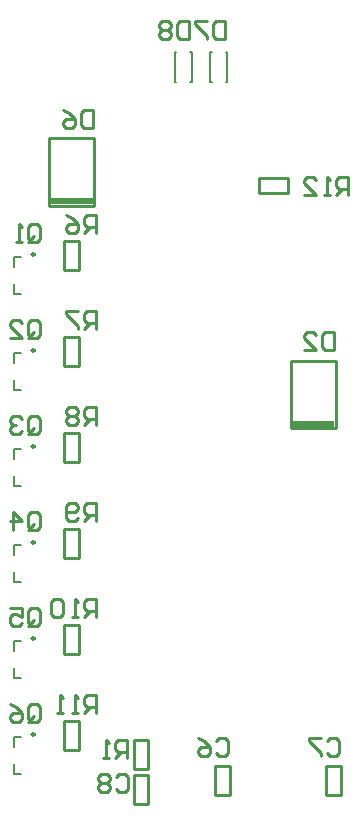
<source format=gbo>
G04 Layer_Color=32896*
%FSLAX43Y43*%
%MOMM*%
G71*
G01*
G75*
%ADD20C,0.254*%
%ADD34C,0.250*%
%ADD36C,0.200*%
%ADD38R,3.683X0.508*%
%ADD60C,0.127*%
D20*
X57045Y17611D02*
Y20061D01*
X55795D02*
X57045D01*
X55795Y17611D02*
Y20061D01*
Y17611D02*
X57045D01*
X55795Y14655D02*
Y17105D01*
Y14655D02*
X57045D01*
Y17105D01*
X55795D02*
X57045D01*
X63927Y15388D02*
Y17838D01*
X62677D02*
X63927D01*
X62677Y15388D02*
Y17838D01*
Y15388D02*
X63927D01*
X73331D02*
Y17838D01*
X72081D02*
X73331D01*
X72081Y15388D02*
Y17838D01*
Y15388D02*
X73331D01*
X68867Y66373D02*
Y67623D01*
X66417Y66373D02*
X68867D01*
X66417D02*
Y67623D01*
X68867D01*
X48641Y65278D02*
X52451D01*
X48641D02*
Y70993D01*
X52451D01*
Y65278D02*
Y70993D01*
X49936Y59837D02*
X51186D01*
X49936D02*
Y62287D01*
X51186D01*
Y59837D02*
Y62287D01*
X49936Y51750D02*
X51186D01*
X49936D02*
Y54200D01*
X51186D01*
Y51750D02*
Y54200D01*
X49936Y43583D02*
X51186D01*
X49936D02*
Y46033D01*
X51186D01*
Y43583D02*
Y46033D01*
X49936Y35451D02*
X51186D01*
X49936D02*
Y37901D01*
X51186D01*
Y35451D02*
Y37901D01*
X49936Y27325D02*
X51186D01*
X49936D02*
Y29775D01*
X51186D01*
Y27325D02*
Y29775D01*
X49936Y19199D02*
X51186D01*
X49936D02*
Y21649D01*
X51186D01*
Y19199D02*
Y21649D01*
X69095Y46464D02*
X72905D01*
X69095D02*
Y52179D01*
X72905D01*
Y46464D02*
Y52179D01*
X55278Y18500D02*
Y20024D01*
X54516D01*
X54262Y19770D01*
Y19262D01*
X54516Y19008D01*
X55278D01*
X54770D02*
X54262Y18500D01*
X53754D02*
X53246D01*
X53500D01*
Y20024D01*
X53754Y19770D01*
X54306Y16896D02*
X54560Y17150D01*
X55068D01*
X55322Y16896D01*
Y15880D01*
X55068Y15626D01*
X54560D01*
X54306Y15880D01*
X53798Y16896D02*
X53544Y17150D01*
X53037D01*
X52783Y16896D01*
Y16642D01*
X53037Y16388D01*
X52783Y16134D01*
Y15880D01*
X53037Y15626D01*
X53544D01*
X53798Y15880D01*
Y16134D01*
X53544Y16388D01*
X53798Y16642D01*
Y16896D01*
X53544Y16388D02*
X53037D01*
X72195Y19994D02*
X72449Y20248D01*
X72956D01*
X73210Y19994D01*
Y18979D01*
X72956Y18725D01*
X72449D01*
X72195Y18979D01*
X71687Y20248D02*
X70671D01*
Y19994D01*
X71687Y18979D01*
Y18725D01*
X62797Y20004D02*
X63050Y20257D01*
X63558D01*
X63812Y20004D01*
Y18988D01*
X63558Y18734D01*
X63050D01*
X62797Y18988D01*
X61273Y20257D02*
X61781Y20004D01*
X62289Y19496D01*
Y18988D01*
X62035Y18734D01*
X61527D01*
X61273Y18988D01*
Y19242D01*
X61527Y19496D01*
X62289D01*
X60520Y80962D02*
Y79439D01*
X59758D01*
X59504Y79693D01*
Y80708D01*
X59758Y80962D01*
X60520D01*
X58997Y80708D02*
X58743Y80962D01*
X58235D01*
X57981Y80708D01*
Y80454D01*
X58235Y80200D01*
X57981Y79947D01*
Y79693D01*
X58235Y79439D01*
X58743D01*
X58997Y79693D01*
Y79947D01*
X58743Y80200D01*
X58997Y80454D01*
Y80708D01*
X58743Y80200D02*
X58235D01*
X63522Y80968D02*
Y79445D01*
X62760D01*
X62506Y79699D01*
Y80714D01*
X62760Y80968D01*
X63522D01*
X61998D02*
X60983D01*
Y80714D01*
X61998Y79699D01*
Y79445D01*
X73992Y66236D02*
Y67759D01*
X73230D01*
X72976Y67505D01*
Y66998D01*
X73230Y66744D01*
X73992D01*
X73484D02*
X72976Y66236D01*
X72468D02*
X71960D01*
X72214D01*
Y67759D01*
X72468Y67505D01*
X70183Y66236D02*
X71199D01*
X70183Y67251D01*
Y67505D01*
X70437Y67759D01*
X70945D01*
X71199Y67505D01*
X72779Y54593D02*
Y53069D01*
X72017D01*
X71763Y53323D01*
Y54339D01*
X72017Y54593D01*
X72779D01*
X70240Y53069D02*
X71256D01*
X70240Y54085D01*
Y54339D01*
X70494Y54593D01*
X71002D01*
X71256Y54339D01*
X52324Y73406D02*
Y71882D01*
X51562D01*
X51308Y72136D01*
Y73152D01*
X51562Y73406D01*
X52324D01*
X49785D02*
X50293Y73152D01*
X50800Y72644D01*
Y72136D01*
X50547Y71882D01*
X50039D01*
X49785Y72136D01*
Y72390D01*
X50039Y72644D01*
X50800D01*
X46861Y62463D02*
Y63478D01*
X47115Y63732D01*
X47623D01*
X47877Y63478D01*
Y62463D01*
X47623Y62209D01*
X47115D01*
X47369Y62717D02*
X46861Y62209D01*
X47115D02*
X46861Y62463D01*
X46353Y62209D02*
X45845D01*
X46099D01*
Y63732D01*
X46353Y63478D01*
X46861Y54335D02*
Y55350D01*
X47115Y55604D01*
X47623D01*
X47877Y55350D01*
Y54335D01*
X47623Y54081D01*
X47115D01*
X47369Y54589D02*
X46861Y54081D01*
X47115D02*
X46861Y54335D01*
X45337Y54081D02*
X46353D01*
X45337Y55096D01*
Y55350D01*
X45591Y55604D01*
X46099D01*
X46353Y55350D01*
X46861Y46207D02*
Y47222D01*
X47115Y47476D01*
X47623D01*
X47877Y47222D01*
Y46207D01*
X47623Y45953D01*
X47115D01*
X47369Y46461D02*
X46861Y45953D01*
X47115D02*
X46861Y46207D01*
X46353Y47222D02*
X46099Y47476D01*
X45591D01*
X45337Y47222D01*
Y46968D01*
X45591Y46714D01*
X45845D01*
X45591D01*
X45337Y46461D01*
Y46207D01*
X45591Y45953D01*
X46099D01*
X46353Y46207D01*
X46861Y38079D02*
Y39094D01*
X47115Y39348D01*
X47623D01*
X47877Y39094D01*
Y38079D01*
X47623Y37825D01*
X47115D01*
X47369Y38333D02*
X46861Y37825D01*
X47115D02*
X46861Y38079D01*
X45591Y37825D02*
Y39348D01*
X46353Y38586D01*
X45337D01*
X46861Y29951D02*
Y30966D01*
X47115Y31220D01*
X47623D01*
X47877Y30966D01*
Y29951D01*
X47623Y29697D01*
X47115D01*
X47369Y30205D02*
X46861Y29697D01*
X47115D02*
X46861Y29951D01*
X45337Y31220D02*
X46353D01*
Y30458D01*
X45845Y30712D01*
X45591D01*
X45337Y30458D01*
Y29951D01*
X45591Y29697D01*
X46099D01*
X46353Y29951D01*
X46861Y21823D02*
Y22838D01*
X47115Y23092D01*
X47623D01*
X47877Y22838D01*
Y21823D01*
X47623Y21569D01*
X47115D01*
X47369Y22077D02*
X46861Y21569D01*
X47115D02*
X46861Y21823D01*
X45337Y23092D02*
X45845Y22838D01*
X46353Y22330D01*
Y21823D01*
X46099Y21569D01*
X45591D01*
X45337Y21823D01*
Y22077D01*
X45591Y22330D01*
X46353D01*
X52636Y62969D02*
Y64492D01*
X51874D01*
X51620Y64239D01*
Y63731D01*
X51874Y63477D01*
X52636D01*
X52128D02*
X51620Y62969D01*
X50097Y64492D02*
X50605Y64239D01*
X51113Y63731D01*
Y63223D01*
X50859Y62969D01*
X50351D01*
X50097Y63223D01*
Y63477D01*
X50351Y63731D01*
X51113D01*
X52636Y54882D02*
Y56405D01*
X51874D01*
X51620Y56151D01*
Y55644D01*
X51874Y55390D01*
X52636D01*
X52128D02*
X51620Y54882D01*
X51113Y56405D02*
X50097D01*
Y56151D01*
X51113Y55136D01*
Y54882D01*
X52636Y46716D02*
Y48239D01*
X51874D01*
X51620Y47985D01*
Y47477D01*
X51874Y47224D01*
X52636D01*
X52128D02*
X51620Y46716D01*
X51113Y47985D02*
X50859Y48239D01*
X50351D01*
X50097Y47985D01*
Y47731D01*
X50351Y47477D01*
X50097Y47224D01*
Y46970D01*
X50351Y46716D01*
X50859D01*
X51113Y46970D01*
Y47224D01*
X50859Y47477D01*
X51113Y47731D01*
Y47985D01*
X50859Y47477D02*
X50351D01*
X52636Y38583D02*
Y40107D01*
X51874D01*
X51620Y39853D01*
Y39345D01*
X51874Y39091D01*
X52636D01*
X52128D02*
X51620Y38583D01*
X51113Y38837D02*
X50859Y38583D01*
X50351D01*
X50097Y38837D01*
Y39853D01*
X50351Y40107D01*
X50859D01*
X51113Y39853D01*
Y39599D01*
X50859Y39345D01*
X50097D01*
X52636Y30457D02*
Y31980D01*
X51874D01*
X51620Y31727D01*
Y31219D01*
X51874Y30965D01*
X52636D01*
X52128D02*
X51620Y30457D01*
X51113D02*
X50605D01*
X50859D01*
Y31980D01*
X51113Y31727D01*
X49843D02*
X49589Y31980D01*
X49081D01*
X48827Y31727D01*
Y30711D01*
X49081Y30457D01*
X49589D01*
X49843Y30711D01*
Y31727D01*
X52636Y22331D02*
Y23854D01*
X51874D01*
X51620Y23601D01*
Y23093D01*
X51874Y22839D01*
X52636D01*
X52128D02*
X51620Y22331D01*
X51113D02*
X50605D01*
X50859D01*
Y23854D01*
X51113Y23601D01*
X49843Y22331D02*
X49335D01*
X49589D01*
Y23854D01*
X49843Y23601D01*
D34*
X47432Y61189D02*
G03*
X47432Y61189I-125J0D01*
G01*
Y53061D02*
G03*
X47432Y53061I-125J0D01*
G01*
Y44933D02*
G03*
X47432Y44933I-125J0D01*
G01*
Y36805D02*
G03*
X47432Y36805I-125J0D01*
G01*
Y28677D02*
G03*
X47432Y28677I-125J0D01*
G01*
Y20549D02*
G03*
X47432Y20549I-125J0D01*
G01*
D36*
X45682Y60914D02*
X46282D01*
X45682Y60089D02*
Y60914D01*
Y57814D02*
X46282D01*
X45682D02*
Y58639D01*
Y52786D02*
X46282D01*
X45682Y51961D02*
Y52786D01*
Y49686D02*
X46282D01*
X45682D02*
Y50511D01*
Y44658D02*
X46282D01*
X45682Y43833D02*
Y44658D01*
Y41558D02*
X46282D01*
X45682D02*
Y42383D01*
Y36530D02*
X46282D01*
X45682Y35705D02*
Y36530D01*
Y33430D02*
X46282D01*
X45682D02*
Y34255D01*
Y28402D02*
X46282D01*
X45682Y27577D02*
Y28402D01*
Y25302D02*
X46282D01*
X45682D02*
Y26127D01*
Y20274D02*
X46282D01*
X45682Y19449D02*
Y20274D01*
Y17174D02*
X46282D01*
X45682D02*
Y17999D01*
D38*
X50482Y65659D02*
D03*
X70936Y46846D02*
D03*
D60*
X60721Y75809D02*
Y78349D01*
X59298Y75784D02*
Y78324D01*
X60594Y75809D02*
X60721D01*
X59298Y78324D02*
X59425D01*
X59298Y75784D02*
X59425D01*
X60594Y78349D02*
X60721D01*
X63721Y75809D02*
Y78349D01*
X62298Y75784D02*
Y78324D01*
X63594Y75809D02*
X63721D01*
X62298Y78324D02*
X62425D01*
X62298Y75784D02*
X62425D01*
X63594Y78349D02*
X63721D01*
M02*

</source>
